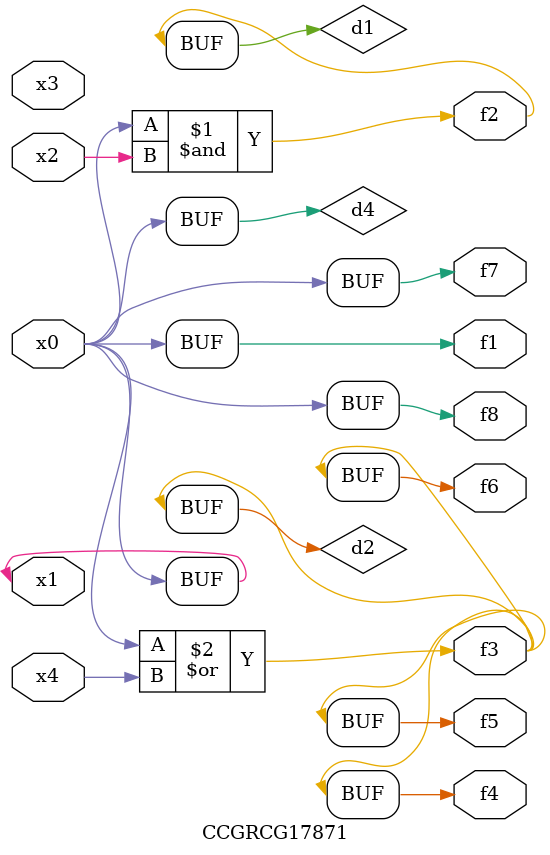
<source format=v>
module CCGRCG17871(
	input x0, x1, x2, x3, x4,
	output f1, f2, f3, f4, f5, f6, f7, f8
);

	wire d1, d2, d3, d4;

	and (d1, x0, x2);
	or (d2, x0, x4);
	nand (d3, x0, x2);
	buf (d4, x0, x1);
	assign f1 = d4;
	assign f2 = d1;
	assign f3 = d2;
	assign f4 = d2;
	assign f5 = d2;
	assign f6 = d2;
	assign f7 = d4;
	assign f8 = d4;
endmodule

</source>
